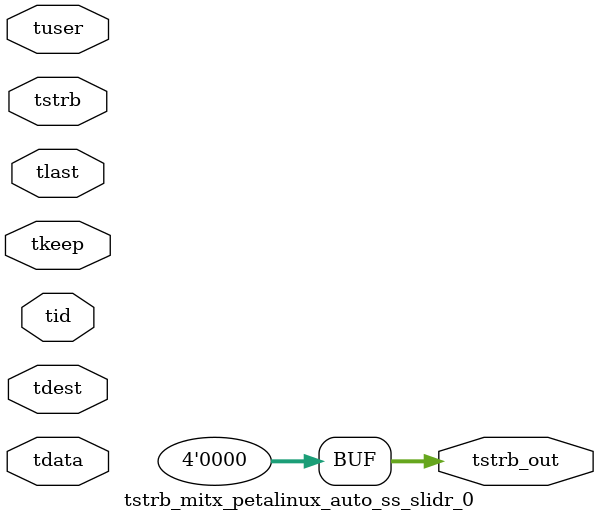
<source format=v>


`timescale 1ps/1ps

module tstrb_mitx_petalinux_auto_ss_slidr_0 #
(
parameter C_S_AXIS_TDATA_WIDTH = 32,
parameter C_S_AXIS_TUSER_WIDTH = 0,
parameter C_S_AXIS_TID_WIDTH   = 0,
parameter C_S_AXIS_TDEST_WIDTH = 0,
parameter C_M_AXIS_TDATA_WIDTH = 32
)
(
input  [(C_S_AXIS_TDATA_WIDTH == 0 ? 1 : C_S_AXIS_TDATA_WIDTH)-1:0     ] tdata,
input  [(C_S_AXIS_TUSER_WIDTH == 0 ? 1 : C_S_AXIS_TUSER_WIDTH)-1:0     ] tuser,
input  [(C_S_AXIS_TID_WIDTH   == 0 ? 1 : C_S_AXIS_TID_WIDTH)-1:0       ] tid,
input  [(C_S_AXIS_TDEST_WIDTH == 0 ? 1 : C_S_AXIS_TDEST_WIDTH)-1:0     ] tdest,
input  [(C_S_AXIS_TDATA_WIDTH/8)-1:0 ] tkeep,
input  [(C_S_AXIS_TDATA_WIDTH/8)-1:0 ] tstrb,
input                                                                    tlast,
output [(C_M_AXIS_TDATA_WIDTH/8)-1:0 ] tstrb_out
);

assign tstrb_out = {1'b0};

endmodule


</source>
